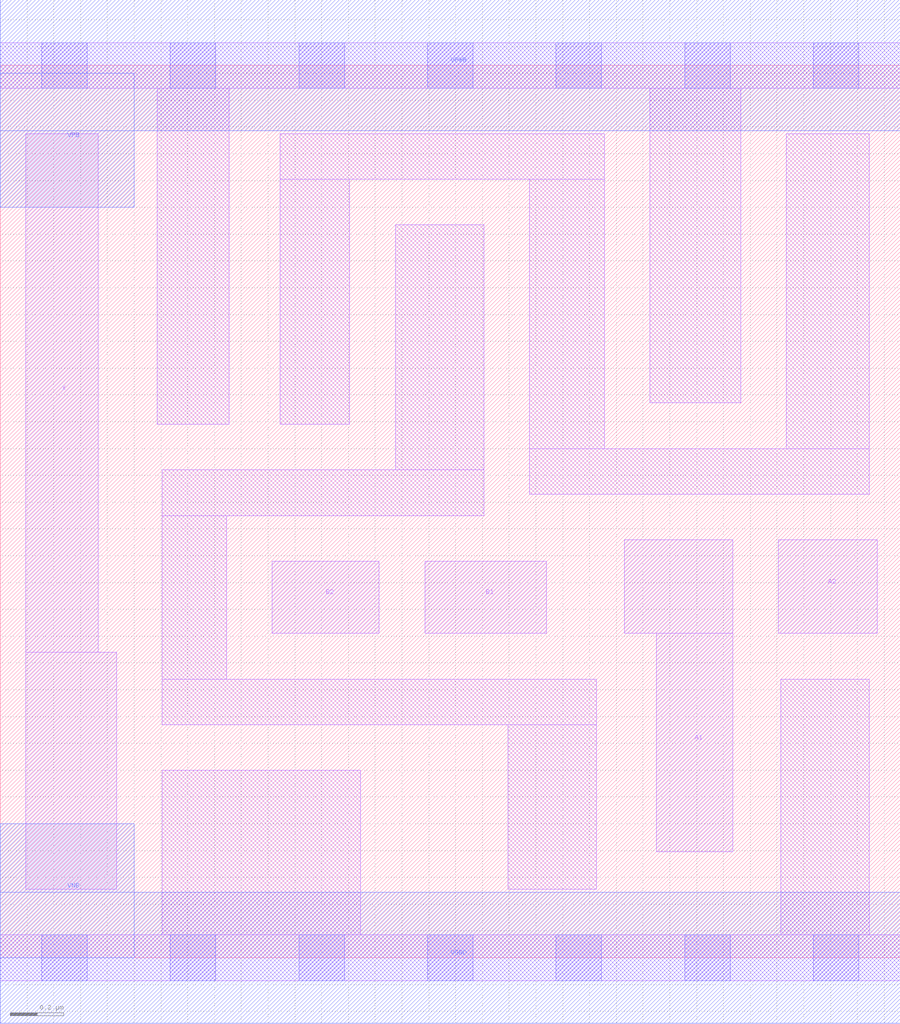
<source format=lef>
# Copyright 2020 The SkyWater PDK Authors
#
# Licensed under the Apache License, Version 2.0 (the "License");
# you may not use this file except in compliance with the License.
# You may obtain a copy of the License at
#
#     https://www.apache.org/licenses/LICENSE-2.0
#
# Unless required by applicable law or agreed to in writing, software
# distributed under the License is distributed on an "AS IS" BASIS,
# WITHOUT WARRANTIES OR CONDITIONS OF ANY KIND, either express or implied.
# See the License for the specific language governing permissions and
# limitations under the License.
#
# SPDX-License-Identifier: Apache-2.0

VERSION 5.5 ;
NAMESCASESENSITIVE ON ;
BUSBITCHARS "[]" ;
DIVIDERCHAR "/" ;
MACRO sky130_fd_sc_lp__a22o_1
  CLASS CORE ;
  SOURCE USER ;
  ORIGIN  0.000000  0.000000 ;
  SIZE  3.360000 BY  3.330000 ;
  SYMMETRY X Y R90 ;
  SITE unit ;
  PIN A1
    ANTENNAGATEAREA  0.315000 ;
    DIRECTION INPUT ;
    USE SIGNAL ;
    PORT
      LAYER li1 ;
        RECT 2.330000 1.210000 2.735000 1.560000 ;
        RECT 2.450000 0.395000 2.735000 1.210000 ;
    END
  END A1
  PIN A2
    ANTENNAGATEAREA  0.315000 ;
    DIRECTION INPUT ;
    USE SIGNAL ;
    PORT
      LAYER li1 ;
        RECT 2.905000 1.210000 3.275000 1.560000 ;
    END
  END A2
  PIN B1
    ANTENNAGATEAREA  0.315000 ;
    DIRECTION INPUT ;
    USE SIGNAL ;
    PORT
      LAYER li1 ;
        RECT 1.585000 1.210000 2.040000 1.480000 ;
    END
  END B1
  PIN B2
    ANTENNAGATEAREA  0.315000 ;
    DIRECTION INPUT ;
    USE SIGNAL ;
    PORT
      LAYER li1 ;
        RECT 1.015000 1.210000 1.415000 1.480000 ;
    END
  END B2
  PIN X
    ANTENNADIFFAREA  0.556500 ;
    DIRECTION OUTPUT ;
    USE SIGNAL ;
    PORT
      LAYER li1 ;
        RECT 0.095000 0.255000 0.435000 1.140000 ;
        RECT 0.095000 1.140000 0.365000 3.075000 ;
    END
  END X
  PIN VGND
    DIRECTION INOUT ;
    USE GROUND ;
    PORT
      LAYER met1 ;
        RECT 0.000000 -0.245000 3.360000 0.245000 ;
    END
  END VGND
  PIN VNB
    DIRECTION INOUT ;
    USE GROUND ;
    PORT
    END
  END VNB
  PIN VPB
    DIRECTION INOUT ;
    USE POWER ;
    PORT
    END
  END VPB
  PIN VNB
    DIRECTION INOUT ;
    USE GROUND ;
    PORT
      LAYER met1 ;
        RECT 0.000000 0.000000 0.500000 0.500000 ;
    END
  END VNB
  PIN VPB
    DIRECTION INOUT ;
    USE POWER ;
    PORT
      LAYER met1 ;
        RECT 0.000000 2.800000 0.500000 3.300000 ;
    END
  END VPB
  PIN VPWR
    DIRECTION INOUT ;
    USE POWER ;
    PORT
      LAYER met1 ;
        RECT 0.000000 3.085000 3.360000 3.575000 ;
    END
  END VPWR
  OBS
    LAYER li1 ;
      RECT 0.000000 -0.085000 3.360000 0.085000 ;
      RECT 0.000000  3.245000 3.360000 3.415000 ;
      RECT 0.585000  1.990000 0.855000 3.245000 ;
      RECT 0.605000  0.085000 1.345000 0.700000 ;
      RECT 0.605000  0.870000 2.225000 1.040000 ;
      RECT 0.605000  1.040000 0.845000 1.650000 ;
      RECT 0.605000  1.650000 1.805000 1.820000 ;
      RECT 1.045000  1.990000 1.305000 2.905000 ;
      RECT 1.045000  2.905000 2.255000 3.075000 ;
      RECT 1.475000  1.820000 1.805000 2.735000 ;
      RECT 1.895000  0.255000 2.225000 0.870000 ;
      RECT 1.975000  1.730000 3.245000 1.900000 ;
      RECT 1.975000  1.900000 2.255000 2.905000 ;
      RECT 2.425000  2.070000 2.765000 3.245000 ;
      RECT 2.915000  0.085000 3.245000 1.040000 ;
      RECT 2.935000  1.900000 3.245000 3.075000 ;
    LAYER mcon ;
      RECT 0.155000 -0.085000 0.325000 0.085000 ;
      RECT 0.155000  3.245000 0.325000 3.415000 ;
      RECT 0.635000 -0.085000 0.805000 0.085000 ;
      RECT 0.635000  3.245000 0.805000 3.415000 ;
      RECT 1.115000 -0.085000 1.285000 0.085000 ;
      RECT 1.115000  3.245000 1.285000 3.415000 ;
      RECT 1.595000 -0.085000 1.765000 0.085000 ;
      RECT 1.595000  3.245000 1.765000 3.415000 ;
      RECT 2.075000 -0.085000 2.245000 0.085000 ;
      RECT 2.075000  3.245000 2.245000 3.415000 ;
      RECT 2.555000 -0.085000 2.725000 0.085000 ;
      RECT 2.555000  3.245000 2.725000 3.415000 ;
      RECT 3.035000 -0.085000 3.205000 0.085000 ;
      RECT 3.035000  3.245000 3.205000 3.415000 ;
  END
END sky130_fd_sc_lp__a22o_1
END LIBRARY

</source>
